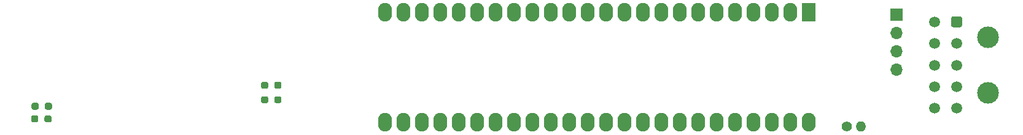
<source format=gbr>
%TF.GenerationSoftware,KiCad,Pcbnew,5.1.9-1.fc33*%
%TF.CreationDate,2021-04-16T18:18:08+01:00*%
%TF.ProjectId,cryosub_top_v01,6372796f-7375-4625-9f74-6f705f763031,rev?*%
%TF.SameCoordinates,Original*%
%TF.FileFunction,Soldermask,Bot*%
%TF.FilePolarity,Negative*%
%FSLAX46Y46*%
G04 Gerber Fmt 4.6, Leading zero omitted, Abs format (unit mm)*
G04 Created by KiCad (PCBNEW 5.1.9-1.fc33) date 2021-04-16 18:18:08*
%MOMM*%
%LPD*%
G01*
G04 APERTURE LIST*
%ADD10O,1.400000X1.400000*%
%ADD11C,1.400000*%
%ADD12C,1.500000*%
%ADD13C,3.000000*%
%ADD14O,1.900000X2.600000*%
%ADD15R,1.900000X2.600000*%
%ADD16O,1.700000X1.700000*%
%ADD17R,1.700000X1.700000*%
G04 APERTURE END LIST*
D10*
%TO.C,TH1*%
X226600000Y-106350000D03*
D11*
X224700000Y-106350000D03*
%TD*%
D12*
%TO.C,J1*%
X236800000Y-103850000D03*
X236800000Y-100850000D03*
X236800000Y-97850000D03*
X236800000Y-94850000D03*
X236800000Y-91850000D03*
X239800000Y-103850000D03*
X239800000Y-100850000D03*
X239800000Y-97850000D03*
X239800000Y-94850000D03*
G36*
G01*
X239300000Y-91100000D02*
X240300000Y-91100000D01*
G75*
G02*
X240550000Y-91350000I0J-250000D01*
G01*
X240550000Y-92350000D01*
G75*
G02*
X240300000Y-92600000I-250000J0D01*
G01*
X239300000Y-92600000D01*
G75*
G02*
X239050000Y-92350000I0J250000D01*
G01*
X239050000Y-91350000D01*
G75*
G02*
X239300000Y-91100000I250000J0D01*
G01*
G37*
D13*
X244120000Y-101710000D03*
X244120000Y-94010000D03*
%TD*%
D14*
%TO.C,U1*%
X219400000Y-105790000D03*
X160980000Y-90550000D03*
X216860000Y-105790000D03*
X163520000Y-90550000D03*
X214320000Y-105790000D03*
X166060000Y-90550000D03*
X211780000Y-105790000D03*
X168600000Y-90550000D03*
X209240000Y-105790000D03*
X171140000Y-90550000D03*
X206700000Y-105790000D03*
X173680000Y-90550000D03*
X204160000Y-105790000D03*
X176220000Y-90550000D03*
X201620000Y-105790000D03*
X178760000Y-90550000D03*
X199080000Y-105790000D03*
X181300000Y-90550000D03*
X196540000Y-105790000D03*
X183840000Y-90550000D03*
X194000000Y-105790000D03*
X186380000Y-90550000D03*
X191460000Y-105790000D03*
X188920000Y-90550000D03*
X188920000Y-105790000D03*
X191460000Y-90550000D03*
X186380000Y-105790000D03*
X194000000Y-90550000D03*
X183840000Y-105790000D03*
X196540000Y-90550000D03*
X181300000Y-105790000D03*
X199080000Y-90550000D03*
X178760000Y-105790000D03*
X201620000Y-90550000D03*
X176220000Y-105790000D03*
X204160000Y-90550000D03*
X173680000Y-105790000D03*
X206700000Y-90550000D03*
X171140000Y-105790000D03*
X209240000Y-90550000D03*
X168600000Y-105790000D03*
X211780000Y-90550000D03*
X166060000Y-105790000D03*
X214320000Y-90550000D03*
X163520000Y-105790000D03*
X216860000Y-90550000D03*
X160980000Y-105790000D03*
D15*
X219400000Y-90550000D03*
%TD*%
%TO.C,R15*%
G36*
G01*
X113237500Y-103312500D02*
X113237500Y-103787500D01*
G75*
G02*
X113000000Y-104025000I-237500J0D01*
G01*
X112500000Y-104025000D01*
G75*
G02*
X112262500Y-103787500I0J237500D01*
G01*
X112262500Y-103312500D01*
G75*
G02*
X112500000Y-103075000I237500J0D01*
G01*
X113000000Y-103075000D01*
G75*
G02*
X113237500Y-103312500I0J-237500D01*
G01*
G37*
G36*
G01*
X115062500Y-103312500D02*
X115062500Y-103787500D01*
G75*
G02*
X114825000Y-104025000I-237500J0D01*
G01*
X114325000Y-104025000D01*
G75*
G02*
X114087500Y-103787500I0J237500D01*
G01*
X114087500Y-103312500D01*
G75*
G02*
X114325000Y-103075000I237500J0D01*
G01*
X114825000Y-103075000D01*
G75*
G02*
X115062500Y-103312500I0J-237500D01*
G01*
G37*
%TD*%
%TO.C,R13*%
G36*
G01*
X113187500Y-105062500D02*
X113187500Y-105537500D01*
G75*
G02*
X112950000Y-105775000I-237500J0D01*
G01*
X112450000Y-105775000D01*
G75*
G02*
X112212500Y-105537500I0J237500D01*
G01*
X112212500Y-105062500D01*
G75*
G02*
X112450000Y-104825000I237500J0D01*
G01*
X112950000Y-104825000D01*
G75*
G02*
X113187500Y-105062500I0J-237500D01*
G01*
G37*
G36*
G01*
X115012500Y-105062500D02*
X115012500Y-105537500D01*
G75*
G02*
X114775000Y-105775000I-237500J0D01*
G01*
X114275000Y-105775000D01*
G75*
G02*
X114037500Y-105537500I0J237500D01*
G01*
X114037500Y-105062500D01*
G75*
G02*
X114275000Y-104825000I237500J0D01*
G01*
X114775000Y-104825000D01*
G75*
G02*
X115012500Y-105062500I0J-237500D01*
G01*
G37*
%TD*%
%TO.C,R6*%
G36*
G01*
X144875000Y-100412500D02*
X144875000Y-100887500D01*
G75*
G02*
X144637500Y-101125000I-237500J0D01*
G01*
X144137500Y-101125000D01*
G75*
G02*
X143900000Y-100887500I0J237500D01*
G01*
X143900000Y-100412500D01*
G75*
G02*
X144137500Y-100175000I237500J0D01*
G01*
X144637500Y-100175000D01*
G75*
G02*
X144875000Y-100412500I0J-237500D01*
G01*
G37*
G36*
G01*
X146700000Y-100412500D02*
X146700000Y-100887500D01*
G75*
G02*
X146462500Y-101125000I-237500J0D01*
G01*
X145962500Y-101125000D01*
G75*
G02*
X145725000Y-100887500I0J237500D01*
G01*
X145725000Y-100412500D01*
G75*
G02*
X145962500Y-100175000I237500J0D01*
G01*
X146462500Y-100175000D01*
G75*
G02*
X146700000Y-100412500I0J-237500D01*
G01*
G37*
%TD*%
%TO.C,R4*%
G36*
G01*
X144875000Y-102412500D02*
X144875000Y-102887500D01*
G75*
G02*
X144637500Y-103125000I-237500J0D01*
G01*
X144137500Y-103125000D01*
G75*
G02*
X143900000Y-102887500I0J237500D01*
G01*
X143900000Y-102412500D01*
G75*
G02*
X144137500Y-102175000I237500J0D01*
G01*
X144637500Y-102175000D01*
G75*
G02*
X144875000Y-102412500I0J-237500D01*
G01*
G37*
G36*
G01*
X146700000Y-102412500D02*
X146700000Y-102887500D01*
G75*
G02*
X146462500Y-103125000I-237500J0D01*
G01*
X145962500Y-103125000D01*
G75*
G02*
X145725000Y-102887500I0J237500D01*
G01*
X145725000Y-102412500D01*
G75*
G02*
X145962500Y-102175000I237500J0D01*
G01*
X146462500Y-102175000D01*
G75*
G02*
X146700000Y-102412500I0J-237500D01*
G01*
G37*
%TD*%
D16*
%TO.C,J2*%
X231500000Y-98450000D03*
X231500000Y-95910000D03*
X231500000Y-93370000D03*
D17*
X231500000Y-90830000D03*
%TD*%
M02*

</source>
